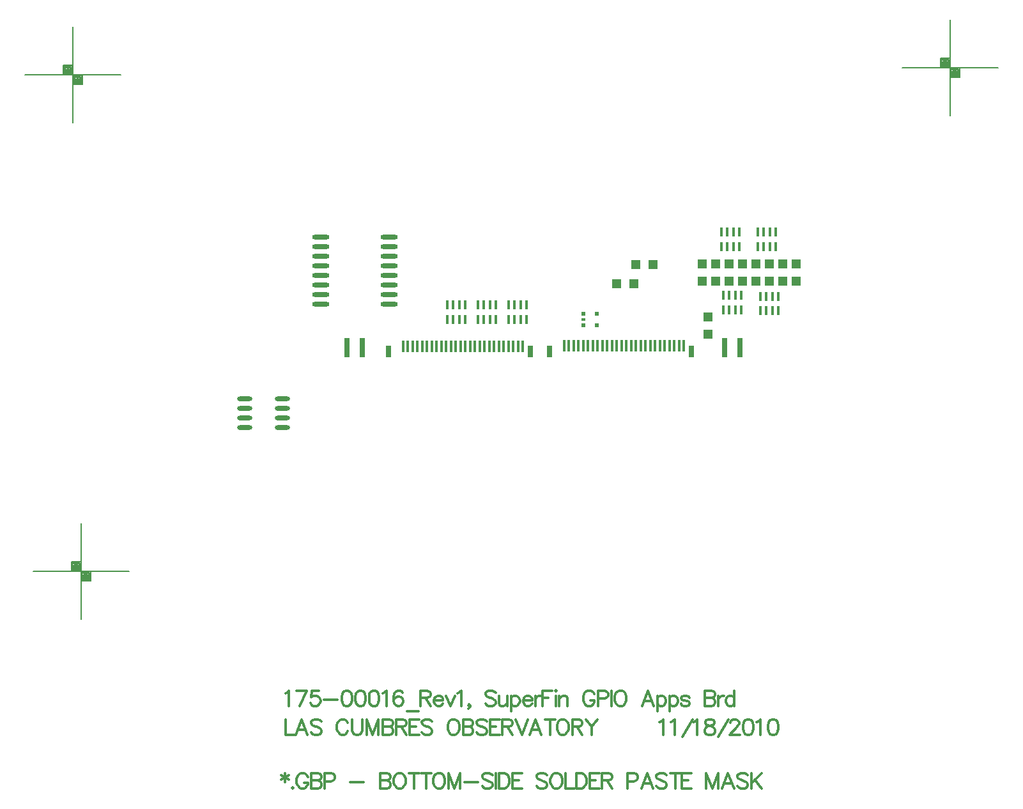
<source format=gbp>
%FSLAX23Y23*%
%MOIN*%
G70*
G01*
G75*
G04 Layer_Color=128*
%ADD10R,0.030X0.060*%
%ADD11R,0.048X0.078*%
%ADD12O,0.098X0.028*%
%ADD13R,0.031X0.060*%
%ADD14R,0.014X0.060*%
%ADD15R,0.030X0.100*%
%ADD16R,0.039X0.059*%
%ADD17R,0.050X0.050*%
%ADD18R,0.050X0.050*%
%ADD19C,0.020*%
%ADD20C,0.005*%
%ADD21C,0.010*%
%ADD22C,0.012*%
%ADD23C,0.008*%
%ADD24C,0.012*%
%ADD25C,0.012*%
%ADD26C,0.055*%
%ADD27C,0.059*%
%ADD28R,0.059X0.059*%
%ADD29R,0.059X0.059*%
%ADD30C,0.219*%
%ADD31C,0.024*%
%ADD32C,0.040*%
G04:AMPARAMS|DCode=33|XSize=93.465mil|YSize=93.465mil|CornerRadius=0mil|HoleSize=0mil|Usage=FLASHONLY|Rotation=0.000|XOffset=0mil|YOffset=0mil|HoleType=Round|Shape=Relief|Width=10mil|Gap=10mil|Entries=4|*
%AMTHD33*
7,0,0,0.093,0.073,0.010,45*
%
%ADD33THD33*%
%ADD34C,0.073*%
%ADD35C,0.075*%
G04:AMPARAMS|DCode=36|XSize=95.433mil|YSize=95.433mil|CornerRadius=0mil|HoleSize=0mil|Usage=FLASHONLY|Rotation=0.000|XOffset=0mil|YOffset=0mil|HoleType=Round|Shape=Relief|Width=10mil|Gap=10mil|Entries=4|*
%AMTHD36*
7,0,0,0.095,0.075,0.010,45*
%
%ADD36THD36*%
%ADD37C,0.206*%
G04:AMPARAMS|DCode=38|XSize=70mil|YSize=70mil|CornerRadius=0mil|HoleSize=0mil|Usage=FLASHONLY|Rotation=0.000|XOffset=0mil|YOffset=0mil|HoleType=Round|Shape=Relief|Width=10mil|Gap=10mil|Entries=4|*
%AMTHD38*
7,0,0,0.070,0.050,0.010,45*
%
%ADD38THD38*%
%ADD39C,0.050*%
%ADD40O,0.091X0.024*%
%ADD41R,0.020X0.016*%
%ADD42R,0.020X0.020*%
%ADD43O,0.079X0.024*%
%ADD44R,0.017X0.045*%
%ADD45C,0.007*%
%ADD46C,0.010*%
%ADD47C,0.010*%
%ADD48C,0.008*%
%ADD49C,0.007*%
%ADD50C,0.006*%
%ADD51R,0.189X0.132*%
%ADD52R,0.038X0.068*%
%ADD53R,0.056X0.086*%
%ADD54O,0.106X0.036*%
%ADD55R,0.039X0.068*%
%ADD56R,0.022X0.068*%
%ADD57R,0.038X0.108*%
%ADD58R,0.047X0.067*%
%ADD59R,0.058X0.058*%
%ADD60R,0.058X0.058*%
%ADD61C,0.063*%
%ADD62C,0.067*%
%ADD63R,0.067X0.067*%
%ADD64R,0.067X0.067*%
%ADD65C,0.227*%
%ADD66C,0.032*%
%ADD67O,0.099X0.032*%
%ADD68R,0.028X0.024*%
%ADD69R,0.028X0.028*%
%ADD70O,0.087X0.032*%
%ADD71R,0.025X0.053*%
D13*
X22980Y15921D02*
D03*
X23720D02*
D03*
X22880D02*
D03*
X22140D02*
D03*
D14*
X22217Y15948D02*
D03*
X22242D02*
D03*
X22267D02*
D03*
X22292D02*
D03*
X22317D02*
D03*
X22342D02*
D03*
X22367D02*
D03*
X22392D02*
D03*
X22417D02*
D03*
X22442D02*
D03*
X22467D02*
D03*
X22492D02*
D03*
X22517D02*
D03*
X22542D02*
D03*
X22567D02*
D03*
X22592D02*
D03*
X22617D02*
D03*
X22642D02*
D03*
X22667D02*
D03*
X22692D02*
D03*
X22717D02*
D03*
X22742D02*
D03*
X22767D02*
D03*
X22792D02*
D03*
X22817D02*
D03*
X22842D02*
D03*
X23058Y15949D02*
D03*
X23083D02*
D03*
X23108D02*
D03*
X23133D02*
D03*
X23158D02*
D03*
X23183D02*
D03*
X23208D02*
D03*
X23233D02*
D03*
X23258D02*
D03*
X23283D02*
D03*
X23308D02*
D03*
X23333D02*
D03*
X23358D02*
D03*
X23383D02*
D03*
X23408D02*
D03*
X23433D02*
D03*
X23458D02*
D03*
X23483D02*
D03*
X23508D02*
D03*
X23533D02*
D03*
X23558D02*
D03*
X23583D02*
D03*
X23608D02*
D03*
X23633D02*
D03*
X23658D02*
D03*
X23683D02*
D03*
D15*
X21926Y15939D02*
D03*
X22005D02*
D03*
X23896Y15940D02*
D03*
X23975D02*
D03*
D17*
X23432Y16372D02*
D03*
X23522D02*
D03*
X23422Y16272D02*
D03*
X23332D02*
D03*
D18*
X23807Y16101D02*
D03*
Y16011D02*
D03*
X23777Y16377D02*
D03*
Y16287D02*
D03*
X23847Y16377D02*
D03*
Y16287D02*
D03*
X23917Y16377D02*
D03*
Y16287D02*
D03*
X23987Y16377D02*
D03*
Y16287D02*
D03*
X24057Y16377D02*
D03*
Y16287D02*
D03*
X24127Y16377D02*
D03*
Y16287D02*
D03*
X24197Y16377D02*
D03*
Y16287D02*
D03*
X24267Y16377D02*
D03*
Y16287D02*
D03*
D23*
X24820Y17399D02*
X25320D01*
X25070Y17149D02*
Y17649D01*
X25020Y17399D02*
Y17449D01*
X25070D01*
X25120Y17349D02*
Y17399D01*
X25070Y17349D02*
X25120D01*
X25075Y17394D02*
X25115D01*
Y17354D02*
Y17394D01*
X25075Y17354D02*
X25115D01*
X25075D02*
Y17394D01*
X25080Y17389D02*
X25110D01*
Y17359D02*
Y17389D01*
X25080Y17359D02*
X25110D01*
X25080D02*
Y17384D01*
X25085D02*
X25105D01*
Y17364D02*
Y17384D01*
X25085Y17364D02*
X25105D01*
X25085D02*
Y17379D01*
X25090D02*
X25100D01*
Y17369D02*
Y17379D01*
X25090Y17369D02*
X25100D01*
X25090D02*
Y17379D01*
Y17374D02*
X25100D01*
X25025Y17444D02*
X25065D01*
Y17404D02*
Y17444D01*
X25025Y17404D02*
X25065D01*
X25025D02*
Y17444D01*
X25030Y17439D02*
X25060D01*
Y17409D02*
Y17439D01*
X25030Y17409D02*
X25060D01*
X25030D02*
Y17434D01*
X25035D02*
X25055D01*
Y17414D02*
Y17434D01*
X25035Y17414D02*
X25055D01*
X25035D02*
Y17429D01*
X25040D02*
X25050D01*
Y17419D02*
Y17429D01*
X25040Y17419D02*
X25050D01*
X25040D02*
Y17429D01*
Y17424D02*
X25050D01*
X20287Y14772D02*
X20787D01*
X20537Y14522D02*
Y15022D01*
X20487Y14772D02*
Y14822D01*
X20537D01*
X20587Y14722D02*
Y14772D01*
X20537Y14722D02*
X20587D01*
X20542Y14767D02*
X20582D01*
Y14727D02*
Y14767D01*
X20542Y14727D02*
X20582D01*
X20542D02*
Y14767D01*
X20547Y14762D02*
X20577D01*
Y14732D02*
Y14762D01*
X20547Y14732D02*
X20577D01*
X20547D02*
Y14757D01*
X20552D02*
X20572D01*
Y14737D02*
Y14757D01*
X20552Y14737D02*
X20572D01*
X20552D02*
Y14752D01*
X20557D02*
X20567D01*
Y14742D02*
Y14752D01*
X20557Y14742D02*
X20567D01*
X20557D02*
Y14752D01*
Y14747D02*
X20567D01*
X20492Y14817D02*
X20532D01*
Y14777D02*
Y14817D01*
X20492Y14777D02*
X20532D01*
X20492D02*
Y14817D01*
X20497Y14812D02*
X20527D01*
Y14782D02*
Y14812D01*
X20497Y14782D02*
X20527D01*
X20497D02*
Y14807D01*
X20502D02*
X20522D01*
Y14787D02*
Y14807D01*
X20502Y14787D02*
X20522D01*
X20502D02*
Y14802D01*
X20507D02*
X20517D01*
Y14792D02*
Y14802D01*
X20507Y14792D02*
X20517D01*
X20507D02*
Y14802D01*
Y14797D02*
X20517D01*
X20246Y17365D02*
X20746D01*
X20496Y17115D02*
Y17615D01*
X20446Y17365D02*
Y17415D01*
X20496D01*
X20546Y17315D02*
Y17365D01*
X20496Y17315D02*
X20546D01*
X20501Y17360D02*
X20541D01*
Y17320D02*
Y17360D01*
X20501Y17320D02*
X20541D01*
X20501D02*
Y17360D01*
X20506Y17355D02*
X20536D01*
Y17325D02*
Y17355D01*
X20506Y17325D02*
X20536D01*
X20506D02*
Y17350D01*
X20511D02*
X20531D01*
Y17330D02*
Y17350D01*
X20511Y17330D02*
X20531D01*
X20511D02*
Y17345D01*
X20516D02*
X20526D01*
Y17335D02*
Y17345D01*
X20516Y17335D02*
X20526D01*
X20516D02*
Y17345D01*
Y17340D02*
X20526D01*
X20451Y17410D02*
X20491D01*
Y17370D02*
Y17410D01*
X20451Y17370D02*
X20491D01*
X20451D02*
Y17410D01*
X20456Y17405D02*
X20486D01*
Y17375D02*
Y17405D01*
X20456Y17375D02*
X20486D01*
X20456D02*
Y17400D01*
X20461D02*
X20481D01*
Y17380D02*
Y17400D01*
X20461Y17380D02*
X20481D01*
X20461D02*
Y17395D01*
X20466D02*
X20476D01*
Y17385D02*
Y17395D01*
X20466Y17385D02*
X20476D01*
X20466D02*
Y17395D01*
Y17390D02*
X20476D01*
D24*
X21604Y14001D02*
Y13921D01*
X21650D01*
X21719D02*
X21689Y14001D01*
X21658Y13921D01*
X21670Y13948D02*
X21708D01*
X21791Y13989D02*
X21784Y13997D01*
X21772Y14001D01*
X21757D01*
X21746Y13997D01*
X21738Y13989D01*
Y13982D01*
X21742Y13974D01*
X21746Y13970D01*
X21753Y13967D01*
X21776Y13959D01*
X21784Y13955D01*
X21787Y13951D01*
X21791Y13944D01*
Y13932D01*
X21784Y13925D01*
X21772Y13921D01*
X21757D01*
X21746Y13925D01*
X21738Y13932D01*
X21929Y13982D02*
X21925Y13989D01*
X21918Y13997D01*
X21910Y14001D01*
X21895D01*
X21887Y13997D01*
X21880Y13989D01*
X21876Y13982D01*
X21872Y13970D01*
Y13951D01*
X21876Y13940D01*
X21880Y13932D01*
X21887Y13925D01*
X21895Y13921D01*
X21910D01*
X21918Y13925D01*
X21925Y13932D01*
X21929Y13940D01*
X21952Y14001D02*
Y13944D01*
X21955Y13932D01*
X21963Y13925D01*
X21974Y13921D01*
X21982D01*
X21994Y13925D01*
X22001Y13932D01*
X22005Y13944D01*
Y14001D01*
X22027D02*
Y13921D01*
Y14001D02*
X22058Y13921D01*
X22088Y14001D02*
X22058Y13921D01*
X22088Y14001D02*
Y13921D01*
X22111Y14001D02*
Y13921D01*
Y14001D02*
X22145D01*
X22157Y13997D01*
X22160Y13993D01*
X22164Y13986D01*
Y13978D01*
X22160Y13970D01*
X22157Y13967D01*
X22145Y13963D01*
X22111D02*
X22145D01*
X22157Y13959D01*
X22160Y13955D01*
X22164Y13948D01*
Y13936D01*
X22160Y13928D01*
X22157Y13925D01*
X22145Y13921D01*
X22111D01*
X22182Y14001D02*
Y13921D01*
Y14001D02*
X22216D01*
X22228Y13997D01*
X22232Y13993D01*
X22235Y13986D01*
Y13978D01*
X22232Y13970D01*
X22228Y13967D01*
X22216Y13963D01*
X22182D01*
X22209D02*
X22235Y13921D01*
X22303Y14001D02*
X22253D01*
Y13921D01*
X22303D01*
X22253Y13963D02*
X22284D01*
X22369Y13989D02*
X22362Y13997D01*
X22350Y14001D01*
X22335D01*
X22324Y13997D01*
X22316Y13989D01*
Y13982D01*
X22320Y13974D01*
X22324Y13970D01*
X22331Y13967D01*
X22354Y13959D01*
X22362Y13955D01*
X22366Y13951D01*
X22369Y13944D01*
Y13932D01*
X22362Y13925D01*
X22350Y13921D01*
X22335D01*
X22324Y13925D01*
X22316Y13932D01*
X22473Y14001D02*
X22465Y13997D01*
X22458Y13989D01*
X22454Y13982D01*
X22450Y13970D01*
Y13951D01*
X22454Y13940D01*
X22458Y13932D01*
X22465Y13925D01*
X22473Y13921D01*
X22488D01*
X22496Y13925D01*
X22504Y13932D01*
X22507Y13940D01*
X22511Y13951D01*
Y13970D01*
X22507Y13982D01*
X22504Y13989D01*
X22496Y13997D01*
X22488Y14001D01*
X22473D01*
X22530D02*
Y13921D01*
Y14001D02*
X22564D01*
X22576Y13997D01*
X22579Y13993D01*
X22583Y13986D01*
Y13978D01*
X22579Y13970D01*
X22576Y13967D01*
X22564Y13963D01*
X22530D02*
X22564D01*
X22576Y13959D01*
X22579Y13955D01*
X22583Y13948D01*
Y13936D01*
X22579Y13928D01*
X22576Y13925D01*
X22564Y13921D01*
X22530D01*
X22654Y13989D02*
X22647Y13997D01*
X22635Y14001D01*
X22620D01*
X22609Y13997D01*
X22601Y13989D01*
Y13982D01*
X22605Y13974D01*
X22609Y13970D01*
X22616Y13967D01*
X22639Y13959D01*
X22647Y13955D01*
X22651Y13951D01*
X22654Y13944D01*
Y13932D01*
X22647Y13925D01*
X22635Y13921D01*
X22620D01*
X22609Y13925D01*
X22601Y13932D01*
X22722Y14001D02*
X22672D01*
Y13921D01*
X22722D01*
X22672Y13963D02*
X22703D01*
X22735Y14001D02*
Y13921D01*
Y14001D02*
X22769D01*
X22781Y13997D01*
X22785Y13993D01*
X22788Y13986D01*
Y13978D01*
X22785Y13970D01*
X22781Y13967D01*
X22769Y13963D01*
X22735D01*
X22762D02*
X22788Y13921D01*
X22806Y14001D02*
X22837Y13921D01*
X22867Y14001D02*
X22837Y13921D01*
X22938D02*
X22908Y14001D01*
X22878Y13921D01*
X22889Y13948D02*
X22927D01*
X22984Y14001D02*
Y13921D01*
X22957Y14001D02*
X23010D01*
X23043D02*
X23035Y13997D01*
X23028Y13989D01*
X23024Y13982D01*
X23020Y13970D01*
Y13951D01*
X23024Y13940D01*
X23028Y13932D01*
X23035Y13925D01*
X23043Y13921D01*
X23058D01*
X23066Y13925D01*
X23073Y13932D01*
X23077Y13940D01*
X23081Y13951D01*
Y13970D01*
X23077Y13982D01*
X23073Y13989D01*
X23066Y13997D01*
X23058Y14001D01*
X23043D01*
X23100D02*
Y13921D01*
Y14001D02*
X23134D01*
X23145Y13997D01*
X23149Y13993D01*
X23153Y13986D01*
Y13978D01*
X23149Y13970D01*
X23145Y13967D01*
X23134Y13963D01*
X23100D01*
X23126D02*
X23153Y13921D01*
X23171Y14001D02*
X23201Y13963D01*
Y13921D01*
X23232Y14001D02*
X23201Y13963D01*
X23556Y13986D02*
X23564Y13989D01*
X23575Y14001D01*
Y13921D01*
X23615Y13986D02*
X23623Y13989D01*
X23634Y14001D01*
Y13921D01*
X23674Y13909D02*
X23727Y14001D01*
X23732Y13986D02*
X23740Y13989D01*
X23751Y14001D01*
Y13921D01*
X23810Y14001D02*
X23798Y13997D01*
X23795Y13989D01*
Y13982D01*
X23798Y13974D01*
X23806Y13970D01*
X23821Y13967D01*
X23833Y13963D01*
X23840Y13955D01*
X23844Y13948D01*
Y13936D01*
X23840Y13928D01*
X23837Y13925D01*
X23825Y13921D01*
X23810D01*
X23798Y13925D01*
X23795Y13928D01*
X23791Y13936D01*
Y13948D01*
X23795Y13955D01*
X23802Y13963D01*
X23814Y13967D01*
X23829Y13970D01*
X23837Y13974D01*
X23840Y13982D01*
Y13989D01*
X23837Y13997D01*
X23825Y14001D01*
X23810D01*
X23862Y13909D02*
X23915Y14001D01*
X23925Y13982D02*
Y13986D01*
X23928Y13993D01*
X23932Y13997D01*
X23940Y14001D01*
X23955D01*
X23963Y13997D01*
X23966Y13993D01*
X23970Y13986D01*
Y13978D01*
X23966Y13970D01*
X23959Y13959D01*
X23921Y13921D01*
X23974D01*
X24015Y14001D02*
X24003Y13997D01*
X23996Y13986D01*
X23992Y13967D01*
Y13955D01*
X23996Y13936D01*
X24003Y13925D01*
X24015Y13921D01*
X24022D01*
X24034Y13925D01*
X24041Y13936D01*
X24045Y13955D01*
Y13967D01*
X24041Y13986D01*
X24034Y13997D01*
X24022Y14001D01*
X24015D01*
X24063Y13986D02*
X24071Y13989D01*
X24082Y14001D01*
Y13921D01*
X24145Y14001D02*
X24133Y13997D01*
X24126Y13986D01*
X24122Y13967D01*
Y13955D01*
X24126Y13936D01*
X24133Y13925D01*
X24145Y13921D01*
X24152D01*
X24164Y13925D01*
X24171Y13936D01*
X24175Y13955D01*
Y13967D01*
X24171Y13986D01*
X24164Y13997D01*
X24152Y14001D01*
X24145D01*
D25*
X21602Y13720D02*
Y13675D01*
X21583Y13709D02*
X21621Y13686D01*
Y13709D02*
X21583Y13686D01*
X21641Y13648D02*
X21637Y13644D01*
X21641Y13640D01*
X21645Y13644D01*
X21641Y13648D01*
X21720Y13701D02*
X21716Y13709D01*
X21708Y13716D01*
X21701Y13720D01*
X21685D01*
X21678Y13716D01*
X21670Y13709D01*
X21666Y13701D01*
X21662Y13690D01*
Y13671D01*
X21666Y13659D01*
X21670Y13652D01*
X21678Y13644D01*
X21685Y13640D01*
X21701D01*
X21708Y13644D01*
X21716Y13652D01*
X21720Y13659D01*
Y13671D01*
X21701D02*
X21720D01*
X21738Y13720D02*
Y13640D01*
Y13720D02*
X21772D01*
X21784Y13716D01*
X21787Y13713D01*
X21791Y13705D01*
Y13697D01*
X21787Y13690D01*
X21784Y13686D01*
X21772Y13682D01*
X21738D02*
X21772D01*
X21784Y13678D01*
X21787Y13675D01*
X21791Y13667D01*
Y13656D01*
X21787Y13648D01*
X21784Y13644D01*
X21772Y13640D01*
X21738D01*
X21809Y13678D02*
X21843D01*
X21855Y13682D01*
X21859Y13686D01*
X21862Y13694D01*
Y13705D01*
X21859Y13713D01*
X21855Y13716D01*
X21843Y13720D01*
X21809D01*
Y13640D01*
X21943Y13675D02*
X22012D01*
X22098Y13720D02*
Y13640D01*
Y13720D02*
X22132D01*
X22144Y13716D01*
X22148Y13713D01*
X22152Y13705D01*
Y13697D01*
X22148Y13690D01*
X22144Y13686D01*
X22132Y13682D01*
X22098D02*
X22132D01*
X22144Y13678D01*
X22148Y13675D01*
X22152Y13667D01*
Y13656D01*
X22148Y13648D01*
X22144Y13644D01*
X22132Y13640D01*
X22098D01*
X22192Y13720D02*
X22185Y13716D01*
X22177Y13709D01*
X22173Y13701D01*
X22169Y13690D01*
Y13671D01*
X22173Y13659D01*
X22177Y13652D01*
X22185Y13644D01*
X22192Y13640D01*
X22207D01*
X22215Y13644D01*
X22223Y13652D01*
X22227Y13659D01*
X22230Y13671D01*
Y13690D01*
X22227Y13701D01*
X22223Y13709D01*
X22215Y13716D01*
X22207Y13720D01*
X22192D01*
X22276D02*
Y13640D01*
X22249Y13720D02*
X22302D01*
X22339D02*
Y13640D01*
X22312Y13720D02*
X22365D01*
X22398D02*
X22390Y13716D01*
X22382Y13709D01*
X22379Y13701D01*
X22375Y13690D01*
Y13671D01*
X22379Y13659D01*
X22382Y13652D01*
X22390Y13644D01*
X22398Y13640D01*
X22413D01*
X22420Y13644D01*
X22428Y13652D01*
X22432Y13659D01*
X22436Y13671D01*
Y13690D01*
X22432Y13701D01*
X22428Y13709D01*
X22420Y13716D01*
X22413Y13720D01*
X22398D01*
X22454D02*
Y13640D01*
Y13720D02*
X22485Y13640D01*
X22515Y13720D02*
X22485Y13640D01*
X22515Y13720D02*
Y13640D01*
X22538Y13675D02*
X22607D01*
X22684Y13709D02*
X22676Y13716D01*
X22665Y13720D01*
X22649D01*
X22638Y13716D01*
X22630Y13709D01*
Y13701D01*
X22634Y13694D01*
X22638Y13690D01*
X22645Y13686D01*
X22668Y13678D01*
X22676Y13675D01*
X22680Y13671D01*
X22684Y13663D01*
Y13652D01*
X22676Y13644D01*
X22665Y13640D01*
X22649D01*
X22638Y13644D01*
X22630Y13652D01*
X22701Y13720D02*
Y13640D01*
X22718Y13720D02*
Y13640D01*
Y13720D02*
X22745D01*
X22756Y13716D01*
X22764Y13709D01*
X22768Y13701D01*
X22772Y13690D01*
Y13671D01*
X22768Y13659D01*
X22764Y13652D01*
X22756Y13644D01*
X22745Y13640D01*
X22718D01*
X22839Y13720D02*
X22789D01*
Y13640D01*
X22839D01*
X22789Y13682D02*
X22820D01*
X22968Y13709D02*
X22961Y13716D01*
X22949Y13720D01*
X22934D01*
X22923Y13716D01*
X22915Y13709D01*
Y13701D01*
X22919Y13694D01*
X22923Y13690D01*
X22930Y13686D01*
X22953Y13678D01*
X22961Y13675D01*
X22965Y13671D01*
X22968Y13663D01*
Y13652D01*
X22961Y13644D01*
X22949Y13640D01*
X22934D01*
X22923Y13644D01*
X22915Y13652D01*
X23009Y13720D02*
X23002Y13716D01*
X22994Y13709D01*
X22990Y13701D01*
X22986Y13690D01*
Y13671D01*
X22990Y13659D01*
X22994Y13652D01*
X23002Y13644D01*
X23009Y13640D01*
X23024D01*
X23032Y13644D01*
X23040Y13652D01*
X23044Y13659D01*
X23047Y13671D01*
Y13690D01*
X23044Y13701D01*
X23040Y13709D01*
X23032Y13716D01*
X23024Y13720D01*
X23009D01*
X23066D02*
Y13640D01*
X23112D01*
X23120Y13720D02*
Y13640D01*
Y13720D02*
X23147D01*
X23159Y13716D01*
X23166Y13709D01*
X23170Y13701D01*
X23174Y13690D01*
Y13671D01*
X23170Y13659D01*
X23166Y13652D01*
X23159Y13644D01*
X23147Y13640D01*
X23120D01*
X23241Y13720D02*
X23192D01*
Y13640D01*
X23241D01*
X23192Y13682D02*
X23222D01*
X23255Y13720D02*
Y13640D01*
Y13720D02*
X23289D01*
X23300Y13716D01*
X23304Y13713D01*
X23308Y13705D01*
Y13697D01*
X23304Y13690D01*
X23300Y13686D01*
X23289Y13682D01*
X23255D01*
X23281D02*
X23308Y13640D01*
X23389Y13678D02*
X23423D01*
X23434Y13682D01*
X23438Y13686D01*
X23442Y13694D01*
Y13705D01*
X23438Y13713D01*
X23434Y13716D01*
X23423Y13720D01*
X23389D01*
Y13640D01*
X23521D02*
X23490Y13720D01*
X23460Y13640D01*
X23471Y13667D02*
X23509D01*
X23593Y13709D02*
X23585Y13716D01*
X23574Y13720D01*
X23558D01*
X23547Y13716D01*
X23539Y13709D01*
Y13701D01*
X23543Y13694D01*
X23547Y13690D01*
X23555Y13686D01*
X23577Y13678D01*
X23585Y13675D01*
X23589Y13671D01*
X23593Y13663D01*
Y13652D01*
X23585Y13644D01*
X23574Y13640D01*
X23558D01*
X23547Y13644D01*
X23539Y13652D01*
X23637Y13720D02*
Y13640D01*
X23611Y13720D02*
X23664D01*
X23723D02*
X23673D01*
Y13640D01*
X23723D01*
X23673Y13682D02*
X23704D01*
X23799Y13720D02*
Y13640D01*
Y13720D02*
X23830Y13640D01*
X23860Y13720D02*
X23830Y13640D01*
X23860Y13720D02*
Y13640D01*
X23944D02*
X23913Y13720D01*
X23883Y13640D01*
X23894Y13667D02*
X23932D01*
X24016Y13709D02*
X24008Y13716D01*
X23997Y13720D01*
X23982D01*
X23970Y13716D01*
X23963Y13709D01*
Y13701D01*
X23966Y13694D01*
X23970Y13690D01*
X23978Y13686D01*
X24001Y13678D01*
X24008Y13675D01*
X24012Y13671D01*
X24016Y13663D01*
Y13652D01*
X24008Y13644D01*
X23997Y13640D01*
X23982D01*
X23970Y13644D01*
X23963Y13652D01*
X24034Y13720D02*
Y13640D01*
X24087Y13720D02*
X24034Y13667D01*
X24053Y13686D02*
X24087Y13640D01*
X21604Y14136D02*
X21612Y14139D01*
X21623Y14151D01*
Y14071D01*
X21716Y14151D02*
X21678Y14071D01*
X21663Y14151D02*
X21716D01*
X21779D02*
X21741D01*
X21738Y14117D01*
X21741Y14120D01*
X21753Y14124D01*
X21764D01*
X21776Y14120D01*
X21783Y14113D01*
X21787Y14101D01*
Y14094D01*
X21783Y14082D01*
X21776Y14075D01*
X21764Y14071D01*
X21753D01*
X21741Y14075D01*
X21738Y14079D01*
X21734Y14086D01*
X21805Y14105D02*
X21874D01*
X21920Y14151D02*
X21909Y14147D01*
X21901Y14136D01*
X21897Y14117D01*
Y14105D01*
X21901Y14086D01*
X21909Y14075D01*
X21920Y14071D01*
X21928D01*
X21939Y14075D01*
X21947Y14086D01*
X21950Y14105D01*
Y14117D01*
X21947Y14136D01*
X21939Y14147D01*
X21928Y14151D01*
X21920D01*
X21991D02*
X21980Y14147D01*
X21972Y14136D01*
X21968Y14117D01*
Y14105D01*
X21972Y14086D01*
X21980Y14075D01*
X21991Y14071D01*
X21999D01*
X22010Y14075D01*
X22018Y14086D01*
X22022Y14105D01*
Y14117D01*
X22018Y14136D01*
X22010Y14147D01*
X21999Y14151D01*
X21991D01*
X22062D02*
X22051Y14147D01*
X22043Y14136D01*
X22040Y14117D01*
Y14105D01*
X22043Y14086D01*
X22051Y14075D01*
X22062Y14071D01*
X22070D01*
X22082Y14075D01*
X22089Y14086D01*
X22093Y14105D01*
Y14117D01*
X22089Y14136D01*
X22082Y14147D01*
X22070Y14151D01*
X22062D01*
X22111Y14136D02*
X22118Y14139D01*
X22130Y14151D01*
Y14071D01*
X22215Y14139D02*
X22211Y14147D01*
X22200Y14151D01*
X22192D01*
X22181Y14147D01*
X22173Y14136D01*
X22169Y14117D01*
Y14098D01*
X22173Y14082D01*
X22181Y14075D01*
X22192Y14071D01*
X22196D01*
X22208Y14075D01*
X22215Y14082D01*
X22219Y14094D01*
Y14098D01*
X22215Y14109D01*
X22208Y14117D01*
X22196Y14120D01*
X22192D01*
X22181Y14117D01*
X22173Y14109D01*
X22169Y14098D01*
X22237Y14044D02*
X22297D01*
X22308Y14151D02*
Y14071D01*
Y14151D02*
X22342D01*
X22353Y14147D01*
X22357Y14143D01*
X22361Y14136D01*
Y14128D01*
X22357Y14120D01*
X22353Y14117D01*
X22342Y14113D01*
X22308D01*
X22334D02*
X22361Y14071D01*
X22379Y14101D02*
X22425D01*
Y14109D01*
X22421Y14117D01*
X22417Y14120D01*
X22409Y14124D01*
X22398D01*
X22390Y14120D01*
X22383Y14113D01*
X22379Y14101D01*
Y14094D01*
X22383Y14082D01*
X22390Y14075D01*
X22398Y14071D01*
X22409D01*
X22417Y14075D01*
X22425Y14082D01*
X22442Y14124D02*
X22465Y14071D01*
X22488Y14124D02*
X22465Y14071D01*
X22500Y14136D02*
X22508Y14139D01*
X22520Y14151D01*
Y14071D01*
X22567Y14075D02*
X22563Y14071D01*
X22559Y14075D01*
X22563Y14079D01*
X22567Y14075D01*
Y14067D01*
X22563Y14059D01*
X22559Y14056D01*
X22700Y14139D02*
X22693Y14147D01*
X22681Y14151D01*
X22666D01*
X22655Y14147D01*
X22647Y14139D01*
Y14132D01*
X22651Y14124D01*
X22655Y14120D01*
X22662Y14117D01*
X22685Y14109D01*
X22693Y14105D01*
X22697Y14101D01*
X22700Y14094D01*
Y14082D01*
X22693Y14075D01*
X22681Y14071D01*
X22666D01*
X22655Y14075D01*
X22647Y14082D01*
X22718Y14124D02*
Y14086D01*
X22722Y14075D01*
X22730Y14071D01*
X22741D01*
X22749Y14075D01*
X22760Y14086D01*
Y14124D02*
Y14071D01*
X22781Y14124D02*
Y14044D01*
Y14113D02*
X22789Y14120D01*
X22796Y14124D01*
X22808D01*
X22815Y14120D01*
X22823Y14113D01*
X22827Y14101D01*
Y14094D01*
X22823Y14082D01*
X22815Y14075D01*
X22808Y14071D01*
X22796D01*
X22789Y14075D01*
X22781Y14082D01*
X22844Y14101D02*
X22890D01*
Y14109D01*
X22886Y14117D01*
X22882Y14120D01*
X22874Y14124D01*
X22863D01*
X22855Y14120D01*
X22848Y14113D01*
X22844Y14101D01*
Y14094D01*
X22848Y14082D01*
X22855Y14075D01*
X22863Y14071D01*
X22874D01*
X22882Y14075D01*
X22890Y14082D01*
X22907Y14124D02*
Y14071D01*
Y14101D02*
X22911Y14113D01*
X22918Y14120D01*
X22926Y14124D01*
X22937D01*
X22945Y14151D02*
Y14071D01*
Y14151D02*
X22994D01*
X22945Y14113D02*
X22975D01*
X23011Y14151D02*
X23015Y14147D01*
X23018Y14151D01*
X23015Y14155D01*
X23011Y14151D01*
X23015Y14124D02*
Y14071D01*
X23033Y14124D02*
Y14071D01*
Y14109D02*
X23044Y14120D01*
X23052Y14124D01*
X23063D01*
X23071Y14120D01*
X23074Y14109D01*
Y14071D01*
X23215Y14132D02*
X23212Y14139D01*
X23204Y14147D01*
X23196Y14151D01*
X23181D01*
X23173Y14147D01*
X23166Y14139D01*
X23162Y14132D01*
X23158Y14120D01*
Y14101D01*
X23162Y14090D01*
X23166Y14082D01*
X23173Y14075D01*
X23181Y14071D01*
X23196D01*
X23204Y14075D01*
X23212Y14082D01*
X23215Y14090D01*
Y14101D01*
X23196D02*
X23215D01*
X23234Y14109D02*
X23268D01*
X23279Y14113D01*
X23283Y14117D01*
X23287Y14124D01*
Y14136D01*
X23283Y14143D01*
X23279Y14147D01*
X23268Y14151D01*
X23234D01*
Y14071D01*
X23305Y14151D02*
Y14071D01*
X23344Y14151D02*
X23337Y14147D01*
X23329Y14139D01*
X23325Y14132D01*
X23322Y14120D01*
Y14101D01*
X23325Y14090D01*
X23329Y14082D01*
X23337Y14075D01*
X23344Y14071D01*
X23360D01*
X23367Y14075D01*
X23375Y14082D01*
X23379Y14090D01*
X23383Y14101D01*
Y14120D01*
X23379Y14132D01*
X23375Y14139D01*
X23367Y14147D01*
X23360Y14151D01*
X23344D01*
X23525Y14071D02*
X23495Y14151D01*
X23464Y14071D01*
X23476Y14098D02*
X23514D01*
X23544Y14124D02*
Y14044D01*
Y14113D02*
X23551Y14120D01*
X23559Y14124D01*
X23570D01*
X23578Y14120D01*
X23586Y14113D01*
X23589Y14101D01*
Y14094D01*
X23586Y14082D01*
X23578Y14075D01*
X23570Y14071D01*
X23559D01*
X23551Y14075D01*
X23544Y14082D01*
X23607Y14124D02*
Y14044D01*
Y14113D02*
X23614Y14120D01*
X23622Y14124D01*
X23633D01*
X23641Y14120D01*
X23648Y14113D01*
X23652Y14101D01*
Y14094D01*
X23648Y14082D01*
X23641Y14075D01*
X23633Y14071D01*
X23622D01*
X23614Y14075D01*
X23607Y14082D01*
X23711Y14113D02*
X23707Y14120D01*
X23696Y14124D01*
X23685D01*
X23673Y14120D01*
X23669Y14113D01*
X23673Y14105D01*
X23681Y14101D01*
X23700Y14098D01*
X23707Y14094D01*
X23711Y14086D01*
Y14082D01*
X23707Y14075D01*
X23696Y14071D01*
X23685D01*
X23673Y14075D01*
X23669Y14082D01*
X23791Y14151D02*
Y14071D01*
Y14151D02*
X23825D01*
X23837Y14147D01*
X23840Y14143D01*
X23844Y14136D01*
Y14128D01*
X23840Y14120D01*
X23837Y14117D01*
X23825Y14113D01*
X23791D02*
X23825D01*
X23837Y14109D01*
X23840Y14105D01*
X23844Y14098D01*
Y14086D01*
X23840Y14079D01*
X23837Y14075D01*
X23825Y14071D01*
X23791D01*
X23862Y14124D02*
Y14071D01*
Y14101D02*
X23866Y14113D01*
X23874Y14120D01*
X23881Y14124D01*
X23893D01*
X23945Y14151D02*
Y14071D01*
Y14113D02*
X23938Y14120D01*
X23930Y14124D01*
X23919D01*
X23911Y14120D01*
X23904Y14113D01*
X23900Y14101D01*
Y14094D01*
X23904Y14082D01*
X23911Y14075D01*
X23919Y14071D01*
X23930D01*
X23938Y14075D01*
X23945Y14082D01*
D40*
X22146Y16517D02*
D03*
Y16467D02*
D03*
Y16417D02*
D03*
Y16367D02*
D03*
Y16317D02*
D03*
Y16267D02*
D03*
Y16217D02*
D03*
Y16167D02*
D03*
X21787Y16517D02*
D03*
Y16467D02*
D03*
Y16417D02*
D03*
Y16367D02*
D03*
Y16317D02*
D03*
Y16267D02*
D03*
Y16217D02*
D03*
Y16167D02*
D03*
D41*
X23157Y16087D02*
D03*
D42*
Y16057D02*
D03*
Y16116D02*
D03*
X23227D02*
D03*
Y16057D02*
D03*
D43*
X21392Y15523D02*
D03*
Y15573D02*
D03*
Y15623D02*
D03*
Y15673D02*
D03*
X21589Y15523D02*
D03*
Y15573D02*
D03*
Y15623D02*
D03*
Y15673D02*
D03*
D44*
X24082Y16208D02*
D03*
X24113D02*
D03*
X24145D02*
D03*
X24176D02*
D03*
Y16132D02*
D03*
X24145D02*
D03*
X24113D02*
D03*
X24082D02*
D03*
X22447Y16163D02*
D03*
X22478D02*
D03*
X22510D02*
D03*
X22541D02*
D03*
Y16087D02*
D03*
X22510D02*
D03*
X22478D02*
D03*
X22447D02*
D03*
X22607Y16163D02*
D03*
X22638D02*
D03*
X22670D02*
D03*
X22701D02*
D03*
Y16087D02*
D03*
X22670D02*
D03*
X22638D02*
D03*
X22607D02*
D03*
X22767Y16163D02*
D03*
X22798D02*
D03*
X22830D02*
D03*
X22861D02*
D03*
Y16087D02*
D03*
X22830D02*
D03*
X22798D02*
D03*
X22767D02*
D03*
X23877Y16543D02*
D03*
X23908D02*
D03*
X23940D02*
D03*
X23971D02*
D03*
Y16467D02*
D03*
X23940D02*
D03*
X23908D02*
D03*
X23877D02*
D03*
X24067Y16543D02*
D03*
X24098D02*
D03*
X24130D02*
D03*
X24161D02*
D03*
Y16467D02*
D03*
X24130D02*
D03*
X24098D02*
D03*
X24067D02*
D03*
X23887Y16213D02*
D03*
X23918D02*
D03*
X23950D02*
D03*
X23981D02*
D03*
Y16137D02*
D03*
X23950D02*
D03*
X23918D02*
D03*
X23887D02*
D03*
M02*

</source>
